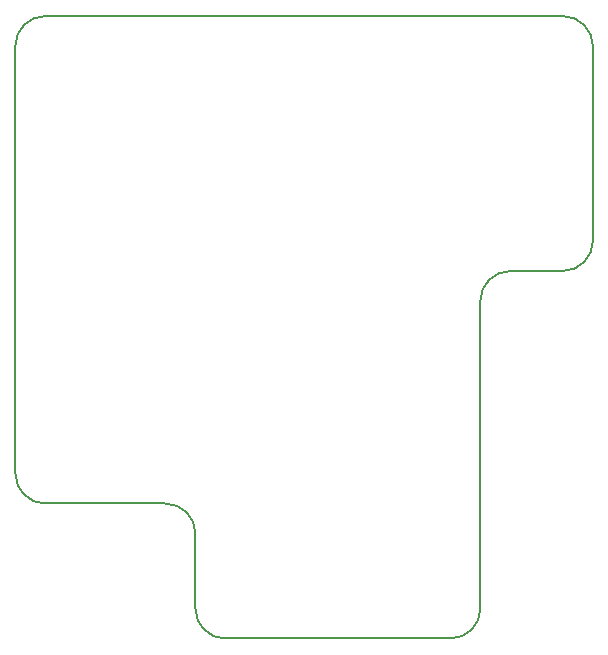
<source format=gbr>
G04 #@! TF.GenerationSoftware,KiCad,Pcbnew,(5.1.5)-2*
G04 #@! TF.CreationDate,2020-04-12T20:47:40+10:00*
G04 #@! TF.ProjectId,stm32-energymon,73746d33-322d-4656-9e65-7267796d6f6e,rev?*
G04 #@! TF.SameCoordinates,Original*
G04 #@! TF.FileFunction,Profile,NP*
%FSLAX46Y46*%
G04 Gerber Fmt 4.6, Leading zero omitted, Abs format (unit mm)*
G04 Created by KiCad (PCBNEW (5.1.5)-2) date 2020-04-12 20:47:40*
%MOMM*%
%LPD*%
G04 APERTURE LIST*
%ADD10C,0.150000*%
G04 APERTURE END LIST*
D10*
X118745000Y-108585000D02*
G75*
G02X116205000Y-111125000I-2540000J0D01*
G01*
X118745000Y-82550000D02*
X118745000Y-108585000D01*
X125730000Y-80010000D02*
X121285000Y-80010000D01*
X118745000Y-82550000D02*
G75*
G02X121285000Y-80010000I2540000J0D01*
G01*
X128270000Y-77470000D02*
G75*
G02X125730000Y-80010000I-2540000J0D01*
G01*
X94615000Y-102235000D02*
X94615000Y-108585000D01*
X81915000Y-99695000D02*
X92075000Y-99695000D01*
X97155000Y-111125000D02*
G75*
G02X94615000Y-108585000I0J2540000D01*
G01*
X81915000Y-99695000D02*
G75*
G02X79375000Y-97155000I0J2540000D01*
G01*
X92075000Y-99695000D02*
G75*
G02X94615000Y-102235000I0J-2540000D01*
G01*
X79375000Y-60960000D02*
G75*
G02X81915000Y-58420000I2540000J0D01*
G01*
X125730000Y-58420000D02*
G75*
G02X128270000Y-60960000I0J-2540000D01*
G01*
X128270000Y-60960000D02*
X128270000Y-77470000D01*
X81915000Y-58420000D02*
X125730000Y-58420000D01*
X79375000Y-97155000D02*
X79375000Y-60960000D01*
X116205000Y-111125000D02*
X97155000Y-111125000D01*
M02*

</source>
